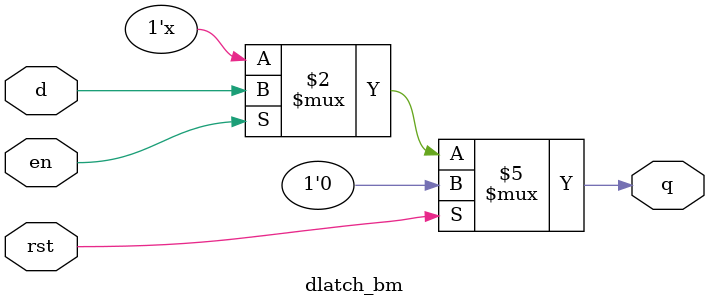
<source format=v>
module dlatch_bm (output reg q,input d,en,rst);
	always @ *
	begin
		if(rst)
			q<=1'b0;
		else
		begin 
			if(en)
				q<=d;
		end
	end
endmodule 
</source>
